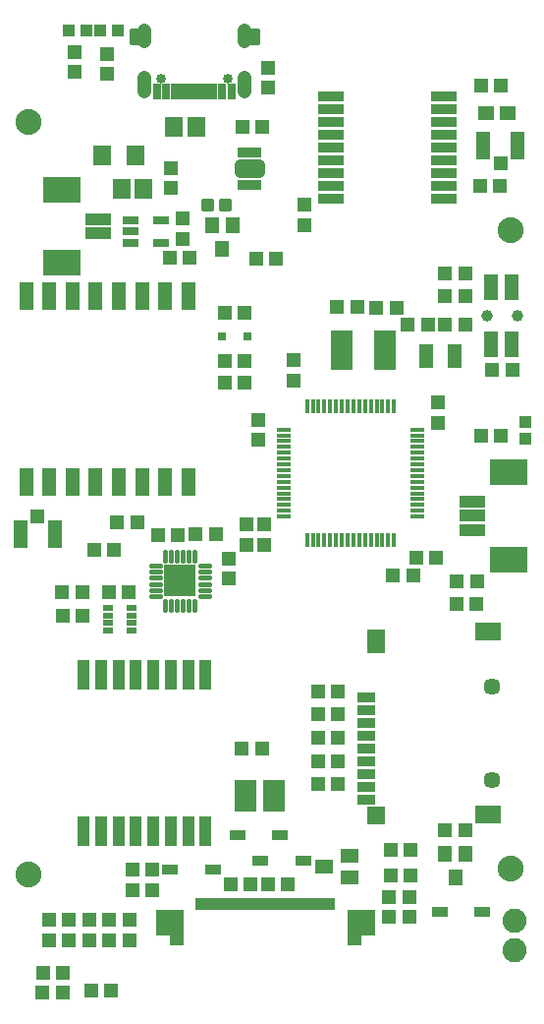
<source format=gbr>
G04 EAGLE Gerber RS-274X export*
G75*
%MOMM*%
%FSLAX34Y34*%
%LPD*%
%INSoldermask Top*%
%IPPOS*%
%AMOC8*
5,1,8,0,0,1.08239X$1,22.5*%
G01*
%ADD10C,2.235200*%
%ADD11C,0.457200*%
%ADD12R,2.819400X2.819400*%
%ADD13R,2.203200X1.003200*%
%ADD14R,3.203200X2.303200*%
%ADD15R,1.603200X1.803200*%
%ADD16R,1.253200X1.283200*%
%ADD17R,1.283200X1.253200*%
%ADD18R,1.503200X1.703200*%
%ADD19R,1.103200X2.603200*%
%ADD20R,1.003200X1.003200*%
%ADD21R,1.303200X1.203200*%
%ADD22R,1.203200X1.303200*%
%ADD23R,1.403200X0.753200*%
%ADD24R,1.203200X2.203200*%
%ADD25C,1.003200*%
%ADD26R,0.903200X0.553200*%
%ADD27C,0.896109*%
%ADD28R,0.503200X0.930200*%
%ADD29R,1.903200X3.503200*%
%ADD30R,1.203200X2.003200*%
%ADD31R,0.423200X1.203200*%
%ADD32R,1.203200X0.423200*%
%ADD33R,2.203200X1.603200*%
%ADD34R,1.603200X1.483200*%
%ADD35R,1.603200X2.153200*%
%ADD36R,1.603200X0.903200*%
%ADD37C,1.453200*%
%ADD38R,0.503200X1.003200*%
%ADD39R,1.150000X2.200000*%
%ADD40R,1.300000X3.050000*%
%ADD41C,0.853200*%
%ADD42C,1.203200*%
%ADD43R,0.503200X1.353200*%
%ADD44R,0.803200X1.353200*%
%ADD45C,0.251203*%
%ADD46R,1.903200X2.803200*%
%ADD47R,1.603200X1.203200*%
%ADD48R,1.403200X0.903200*%
%ADD49C,0.425956*%
%ADD50R,1.219200X1.346200*%
%ADD51R,1.270000X2.387600*%
%ADD52R,0.803200X0.803200*%
%ADD53C,2.082800*%
%ADD54R,2.203200X0.903200*%
%ADD55R,1.453200X1.203200*%
%ADD56R,1.303200X2.453200*%
%ADD57R,1.253200X1.303200*%


D10*
X438000Y672000D03*
X22000Y117000D03*
X438000Y122000D03*
X22000Y765000D03*
D11*
X139933Y353048D02*
X139933Y345428D01*
X145004Y345428D02*
X145004Y353048D01*
X150025Y353048D02*
X150025Y345428D01*
X155375Y345428D02*
X155375Y353048D01*
X160421Y353048D02*
X160421Y345428D01*
X165467Y345428D02*
X165467Y353048D01*
X169906Y357233D02*
X177526Y357233D01*
X177526Y362279D02*
X169906Y362279D01*
X169906Y367325D02*
X177526Y367325D01*
X177526Y372675D02*
X169906Y372675D01*
X169906Y377696D02*
X177526Y377696D01*
X177526Y382767D02*
X169906Y382767D01*
X165467Y386952D02*
X165467Y394572D01*
X160421Y394572D02*
X160421Y386952D01*
X155375Y386952D02*
X155375Y394572D01*
X150025Y394572D02*
X150025Y386952D01*
X145004Y386952D02*
X145004Y394572D01*
X139933Y394572D02*
X139933Y386952D01*
X135494Y382767D02*
X127874Y382767D01*
X127874Y377696D02*
X135494Y377696D01*
X135494Y372675D02*
X127874Y372675D01*
X127874Y367325D02*
X135494Y367325D01*
X135494Y362279D02*
X127874Y362279D01*
X127874Y357233D02*
X135494Y357233D01*
D12*
X152600Y370100D03*
D13*
X82150Y681540D03*
X82150Y669040D03*
D14*
X50900Y706540D03*
X50900Y644040D03*
D15*
X86000Y736500D03*
X114000Y736500D03*
D16*
X143650Y648400D03*
X161150Y648400D03*
D17*
X154900Y681750D03*
X154900Y664250D03*
D16*
X151150Y409400D03*
X133650Y409400D03*
D18*
X166700Y760800D03*
X147700Y760800D03*
X121500Y707800D03*
X102500Y707800D03*
D16*
X439550Y551200D03*
X422050Y551200D03*
D17*
X194700Y389250D03*
X194700Y371750D03*
D16*
X321750Y605300D03*
X339250Y605300D03*
X305750Y605700D03*
X288250Y605700D03*
X381150Y590400D03*
X398650Y590400D03*
X366650Y590300D03*
X349150Y590300D03*
D19*
X129700Y289400D03*
X129700Y154400D03*
X144700Y154400D03*
X159700Y154400D03*
X174700Y154400D03*
X159700Y289400D03*
X69700Y289400D03*
X84700Y289400D03*
X99700Y289400D03*
X114700Y289400D03*
X144700Y289400D03*
X99700Y154400D03*
X69700Y154400D03*
X114700Y154400D03*
X84700Y154400D03*
X174700Y289400D03*
D20*
X98800Y844100D03*
X83800Y844100D03*
X56800Y843900D03*
X71800Y843900D03*
X450400Y492100D03*
X450400Y507100D03*
D21*
X144500Y725400D03*
X144500Y708400D03*
D22*
X95600Y396700D03*
X78600Y396700D03*
X115700Y420700D03*
X98700Y420700D03*
X412400Y494500D03*
X429400Y494500D03*
X223800Y760800D03*
X206800Y760800D03*
D21*
X61900Y825100D03*
X61900Y808100D03*
D23*
X109999Y680200D03*
X109999Y670700D03*
X109999Y661200D03*
X136001Y661200D03*
X136001Y680200D03*
D24*
X438900Y573800D03*
X420900Y573800D03*
X438900Y622800D03*
X420900Y622800D03*
D25*
X417100Y598300D03*
X443900Y598300D03*
D26*
X110850Y346850D03*
X110850Y340350D03*
X110850Y333850D03*
X110850Y327350D03*
X90350Y327350D03*
X90350Y333850D03*
X90350Y340350D03*
X90350Y346850D03*
D27*
X203999Y728521D02*
X221201Y728521D01*
X221201Y721479D01*
X203999Y721479D01*
X203999Y728521D01*
D28*
X220100Y739135D03*
X215100Y739135D03*
X210100Y739135D03*
X205100Y739135D03*
X205100Y710865D03*
X210100Y710865D03*
X215100Y710865D03*
X220100Y710865D03*
D29*
X292600Y568500D03*
X329600Y568500D03*
D30*
X364700Y563500D03*
X389700Y563500D03*
D31*
X302300Y520300D03*
X297300Y520300D03*
X312300Y520300D03*
X322300Y520300D03*
X332300Y520300D03*
X307300Y520300D03*
X317300Y520300D03*
X327300Y520300D03*
X337300Y520300D03*
X287300Y520300D03*
X277300Y520300D03*
X267300Y520300D03*
X262300Y520300D03*
X272300Y520300D03*
X282300Y520300D03*
X292300Y520300D03*
D32*
X242300Y465300D03*
X242300Y460300D03*
X242300Y475300D03*
X242300Y485300D03*
X242300Y495300D03*
X242300Y470300D03*
X242300Y480300D03*
X242300Y490300D03*
X242300Y500300D03*
X242300Y450300D03*
X242300Y440300D03*
X242300Y430300D03*
X242300Y425300D03*
X242300Y435300D03*
X242300Y445300D03*
X242300Y455300D03*
D31*
X297300Y405300D03*
X302300Y405300D03*
X287300Y405300D03*
X277300Y405300D03*
X267300Y405300D03*
X292300Y405300D03*
X282300Y405300D03*
X272300Y405300D03*
X262300Y405300D03*
X312300Y405300D03*
X322300Y405300D03*
X332300Y405300D03*
X337300Y405300D03*
X327300Y405300D03*
X317300Y405300D03*
X307300Y405300D03*
D32*
X357300Y460300D03*
X357300Y465300D03*
X357300Y450300D03*
X357300Y440300D03*
X357300Y430300D03*
X357300Y455300D03*
X357300Y445300D03*
X357300Y435300D03*
X357300Y425300D03*
X357300Y475300D03*
X357300Y485300D03*
X357300Y495300D03*
X357300Y500300D03*
X357300Y490300D03*
X357300Y480300D03*
X357300Y470300D03*
D33*
X418000Y326600D03*
X418000Y168600D03*
D34*
X322000Y168000D03*
D35*
X322000Y317850D03*
D36*
X313300Y269600D03*
X313300Y258600D03*
X313300Y247600D03*
X313300Y236600D03*
X313300Y225600D03*
X313300Y214600D03*
X313300Y203600D03*
X313300Y192600D03*
X313300Y181600D03*
D37*
X422000Y278600D03*
X422000Y198600D03*
D38*
X168900Y91500D03*
X173900Y91500D03*
X178900Y91500D03*
X183900Y91500D03*
X188900Y91500D03*
X193900Y91500D03*
X198900Y91500D03*
X203900Y91500D03*
X208900Y91500D03*
X213900Y91500D03*
X218900Y91500D03*
X223900Y91500D03*
X228900Y91500D03*
X233900Y91500D03*
X238900Y91500D03*
X243900Y91500D03*
X248900Y91500D03*
X253900Y91500D03*
X258900Y91500D03*
X263900Y91500D03*
X268900Y91500D03*
X273900Y91500D03*
X278900Y91500D03*
X283900Y91500D03*
D39*
X314650Y75500D03*
D40*
X302900Y71250D03*
D39*
X138150Y75500D03*
D40*
X149900Y71250D03*
D41*
X136130Y801950D03*
X193930Y801950D03*
D42*
X121830Y802950D02*
X121830Y790950D01*
X208230Y790950D02*
X208230Y802950D01*
X208230Y834450D02*
X208230Y843450D01*
X121830Y843450D02*
X121830Y834450D01*
D43*
X162530Y791200D03*
X157530Y791200D03*
X152530Y791200D03*
X147530Y791200D03*
X167530Y791200D03*
X172530Y791200D03*
X177530Y791200D03*
X182530Y791200D03*
D44*
X141030Y791200D03*
X189030Y791200D03*
X133030Y791200D03*
X197030Y791200D03*
D45*
X110025Y832670D02*
X110025Y844890D01*
X118435Y844890D01*
X118435Y832670D01*
X110025Y832670D01*
X110025Y835056D02*
X118435Y835056D01*
X118435Y837442D02*
X110025Y837442D01*
X110025Y839828D02*
X118435Y839828D01*
X118435Y842214D02*
X110025Y842214D01*
X110025Y844600D02*
X118435Y844600D01*
X211625Y844890D02*
X211625Y832670D01*
X211625Y844890D02*
X220035Y844890D01*
X220035Y832670D01*
X211625Y832670D01*
X211625Y835056D02*
X220035Y835056D01*
X220035Y837442D02*
X211625Y837442D01*
X211625Y839828D02*
X220035Y839828D01*
X220035Y842214D02*
X211625Y842214D01*
X211625Y844600D02*
X220035Y844600D01*
D16*
X223450Y225600D03*
X205950Y225600D03*
D17*
X39700Y78450D03*
X39700Y60950D03*
X57000Y78450D03*
X57000Y60950D03*
X74300Y78450D03*
X74300Y60950D03*
X91600Y78450D03*
X91600Y60950D03*
X108900Y78450D03*
X108900Y60950D03*
D16*
X111550Y121200D03*
X129050Y121200D03*
X111550Y103500D03*
X129050Y103500D03*
D46*
X209000Y185400D03*
X234000Y185400D03*
D16*
X213850Y108800D03*
X196350Y108800D03*
X228450Y108600D03*
X245950Y108600D03*
D22*
X351200Y116300D03*
X334200Y116300D03*
X351200Y138700D03*
X334200Y138700D03*
D47*
X276600Y124000D03*
X298600Y133500D03*
X298600Y114500D03*
D48*
X259200Y129500D03*
X222200Y129500D03*
X181100Y121550D03*
X144100Y121550D03*
X202050Y150900D03*
X239050Y150900D03*
D17*
X350500Y98050D03*
X350500Y80550D03*
X333200Y98050D03*
X333200Y80550D03*
D49*
X179661Y690669D02*
X172999Y690669D01*
X172999Y697331D01*
X179661Y697331D01*
X179661Y690669D01*
X179661Y694716D02*
X172999Y694716D01*
X188239Y690669D02*
X194901Y690669D01*
X188239Y690669D02*
X188239Y697331D01*
X194901Y697331D01*
X194901Y690669D01*
X194901Y694716D02*
X188239Y694716D01*
D50*
X188950Y655740D03*
X180060Y676060D03*
X197840Y676060D03*
D51*
X20000Y455000D03*
X40000Y455000D03*
X60000Y455000D03*
X80000Y455000D03*
X100000Y455000D03*
X120000Y455000D03*
X140000Y455000D03*
X160000Y455000D03*
X160000Y615000D03*
X140000Y615000D03*
X120000Y615000D03*
X100000Y615000D03*
X80000Y615000D03*
X60000Y615000D03*
X40000Y615000D03*
X20000Y615000D03*
D22*
X288500Y275000D03*
X271500Y275000D03*
X288500Y255000D03*
X271500Y255000D03*
X288500Y235000D03*
X271500Y235000D03*
X288500Y215000D03*
X271500Y215000D03*
X288500Y195000D03*
X271500Y195000D03*
D21*
X229000Y794500D03*
X229000Y811500D03*
X90000Y823500D03*
X90000Y806500D03*
D16*
X336250Y375000D03*
X353750Y375000D03*
D17*
X210000Y401250D03*
X210000Y418750D03*
D22*
X76500Y17000D03*
X93500Y17000D03*
D16*
X51750Y16000D03*
X34250Y16000D03*
D22*
X34500Y33000D03*
X51500Y33000D03*
X398500Y635000D03*
X381500Y635000D03*
D16*
X398750Y615000D03*
X381250Y615000D03*
D22*
X408500Y350000D03*
X391500Y350000D03*
D16*
X408750Y370000D03*
X391250Y370000D03*
D22*
X208500Y559000D03*
X191500Y559000D03*
D16*
X208750Y541000D03*
X191250Y541000D03*
D22*
X51500Y340000D03*
X68500Y340000D03*
D16*
X51250Y360000D03*
X68750Y360000D03*
D52*
X189000Y580000D03*
X211000Y580000D03*
D22*
X191500Y601000D03*
X208500Y601000D03*
X381500Y155000D03*
X398500Y155000D03*
D48*
X413500Y85000D03*
X376500Y85000D03*
D53*
X441000Y52000D03*
X441000Y77400D03*
D50*
X390000Y114840D03*
X381110Y135160D03*
X398890Y135160D03*
D16*
X356250Y390000D03*
X373750Y390000D03*
D17*
X225000Y418750D03*
X225000Y401250D03*
X220000Y491250D03*
X220000Y508750D03*
X251000Y542250D03*
X251000Y559750D03*
X375000Y506250D03*
X375000Y523750D03*
D16*
X166250Y410000D03*
X183750Y410000D03*
X91250Y360000D03*
X108750Y360000D03*
D13*
X405000Y413500D03*
X405000Y426000D03*
X405000Y438500D03*
D14*
X436250Y388500D03*
X436250Y463500D03*
D54*
X283200Y787100D03*
X283200Y776100D03*
X283200Y765100D03*
X283200Y754100D03*
X283200Y743100D03*
X283200Y732100D03*
X283200Y721100D03*
X283200Y710100D03*
X283200Y699100D03*
X380200Y699100D03*
X380200Y710100D03*
X380200Y721100D03*
X380200Y732100D03*
X380200Y743100D03*
X380200Y754100D03*
X380200Y765100D03*
X380200Y776100D03*
X380200Y787100D03*
D17*
X260000Y693750D03*
X260000Y676250D03*
D55*
X435000Y773000D03*
X417000Y773000D03*
D22*
X429500Y796000D03*
X412500Y796000D03*
X428500Y710000D03*
X411500Y710000D03*
D56*
X414250Y745000D03*
X443750Y745000D03*
D57*
X429000Y729500D03*
D56*
X44750Y410000D03*
X15250Y410000D03*
D57*
X30000Y425500D03*
D16*
X218250Y647000D03*
X235750Y647000D03*
M02*

</source>
